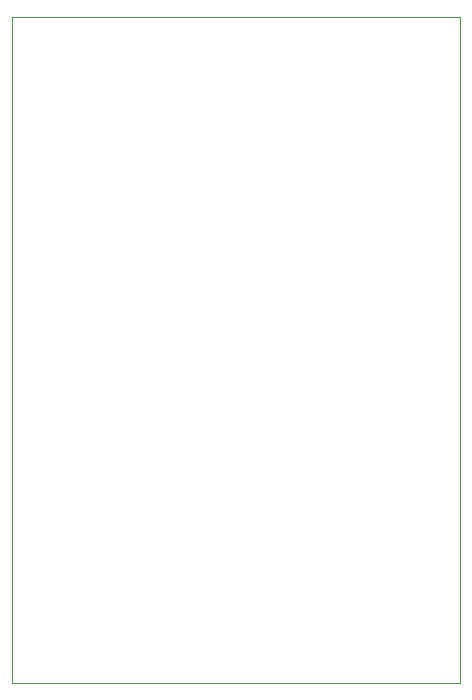
<source format=gbr>
%TF.GenerationSoftware,KiCad,Pcbnew,(5.1.6-0-10_14)*%
%TF.CreationDate,2020-10-03T22:08:30-04:00*%
%TF.ProjectId,weather_external,77656174-6865-4725-9f65-787465726e61,rev?*%
%TF.SameCoordinates,Original*%
%TF.FileFunction,Profile,NP*%
%FSLAX46Y46*%
G04 Gerber Fmt 4.6, Leading zero omitted, Abs format (unit mm)*
G04 Created by KiCad (PCBNEW (5.1.6-0-10_14)) date 2020-10-03 22:08:30*
%MOMM*%
%LPD*%
G01*
G04 APERTURE LIST*
%TA.AperFunction,Profile*%
%ADD10C,0.050000*%
%TD*%
G04 APERTURE END LIST*
D10*
X129000000Y-111909860D02*
X129000000Y-55500000D01*
X167000000Y-111909860D02*
X129000000Y-111909860D01*
X167000000Y-55500000D02*
X167000000Y-111909860D01*
X129000000Y-55500000D02*
X167000000Y-55500000D01*
M02*

</source>
